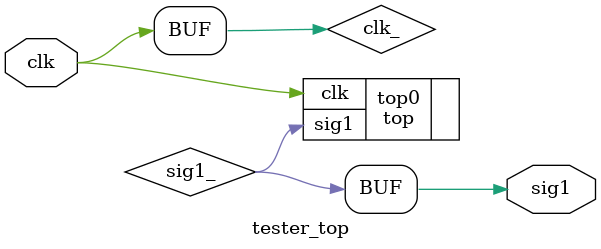
<source format=v>
`timescale 1ns/1ps

module tester_top       #(
           parameter MYPARAM    = 8

       )
(
    input clk,
    output sig1

);


wire clk_;
wire sig1_;

assign clk_ = clk;
assign sig1 = sig1_;


top top0(.clk(clk_), .sig1(sig1_));


endmodule

</source>
